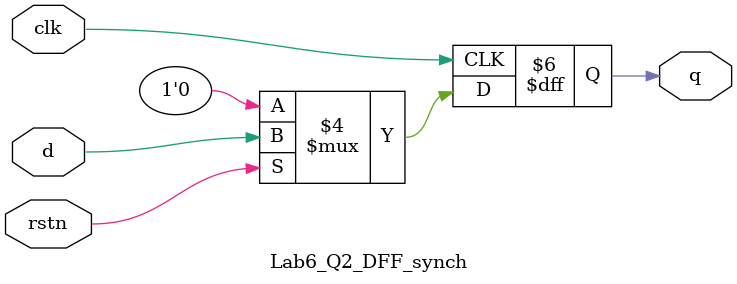
<source format=v>
`timescale 1ns / 1ps


// SYNCHRONOUS
module Lab6_Q2_DFF_synch(
input d,
input rstn,
input clk,
output reg q    
    );
    
always @(posedge clk)
    if (!rstn)
        q<=0;
    else
        q<=d;
endmodule



</source>
